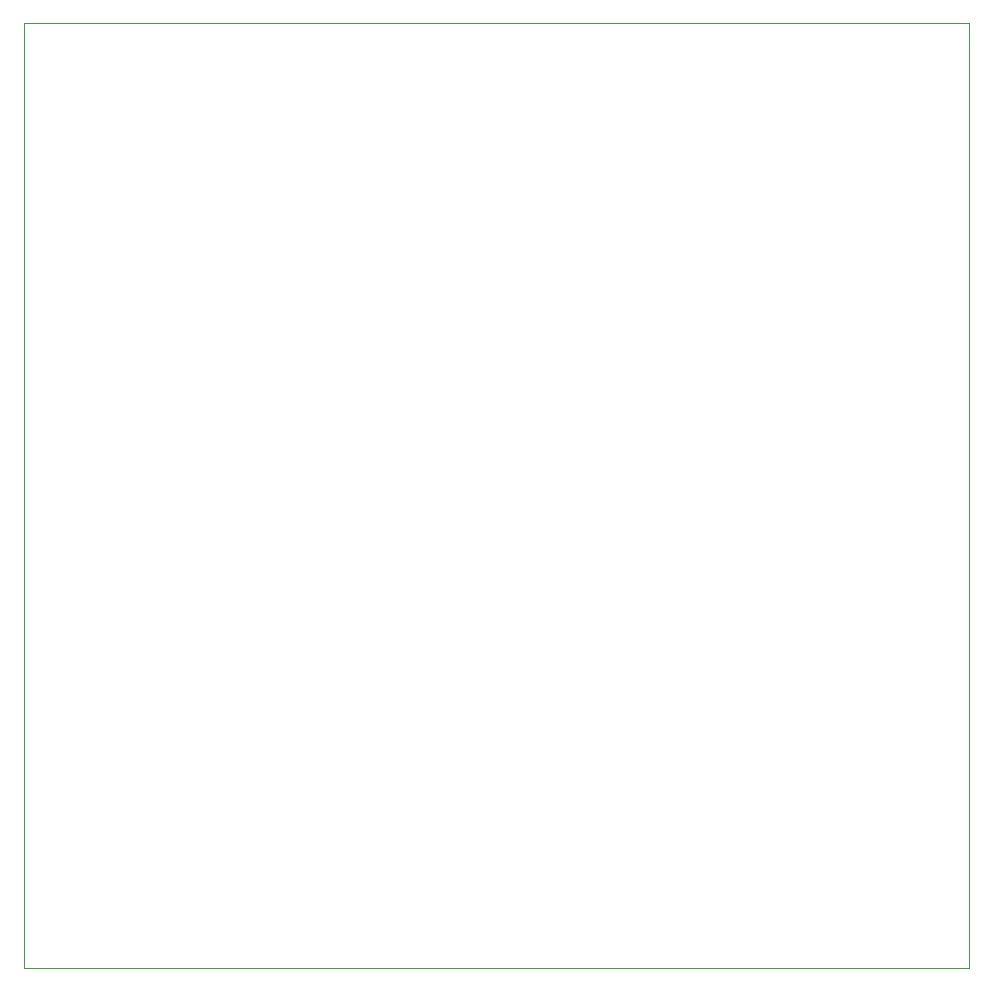
<source format=gbr>
G04*
G04 #@! TF.GenerationSoftware,Altium Limited,Altium Designer,24.4.1 (13)*
G04*
G04 Layer_Color=0*
%FSLAX44Y44*%
%MOMM*%
G71*
G04*
G04 #@! TF.SameCoordinates,85F95AA7-1CD2-4A53-B858-D1680FFA15A6*
G04*
G04*
G04 #@! TF.FilePolarity,Positive*
G04*
G01*
G75*
%ADD92C,0.0254*%
D92*
X0Y0D02*
X800000D01*
Y800000D01*
X0D01*
Y0D01*
M02*

</source>
